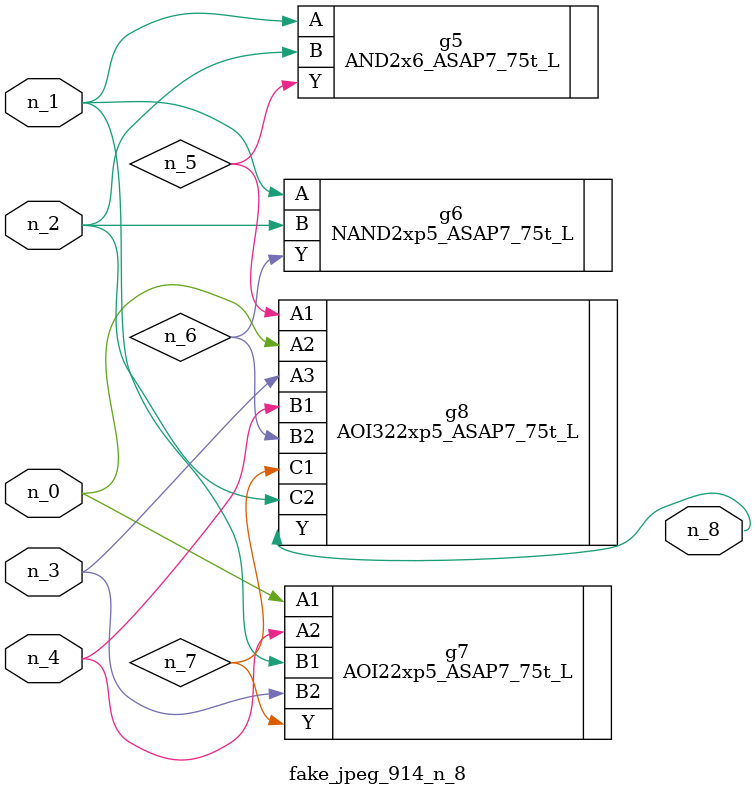
<source format=v>
module fake_jpeg_914_n_8 (n_3, n_2, n_1, n_0, n_4, n_8);

input n_3;
input n_2;
input n_1;
input n_0;
input n_4;

output n_8;

wire n_6;
wire n_5;
wire n_7;

AND2x6_ASAP7_75t_L g5 ( 
.A(n_1),
.B(n_2),
.Y(n_5)
);

NAND2xp5_ASAP7_75t_L g6 ( 
.A(n_1),
.B(n_2),
.Y(n_6)
);

AOI22xp5_ASAP7_75t_L g7 ( 
.A1(n_0),
.A2(n_4),
.B1(n_1),
.B2(n_3),
.Y(n_7)
);

AOI322xp5_ASAP7_75t_L g8 ( 
.A1(n_5),
.A2(n_0),
.A3(n_3),
.B1(n_4),
.B2(n_6),
.C1(n_7),
.C2(n_2),
.Y(n_8)
);


endmodule
</source>
